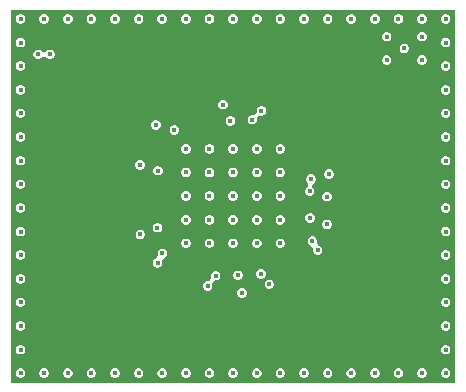
<source format=gbl>
G04*
G04 #@! TF.GenerationSoftware,Altium Limited,Altium Designer,21.6.1 (37)*
G04*
G04 Layer_Physical_Order=4*
G04 Layer_Color=16711680*
%FSLAX25Y25*%
%MOIN*%
G70*
G04*
G04 #@! TF.SameCoordinates,378A9775-3A77-4BA1-8480-AFC072C74D39*
G04*
G04*
G04 #@! TF.FilePolarity,Positive*
G04*
G01*
G75*
%ADD37C,0.01772*%
G36*
X148803Y803D02*
X803D01*
Y125181D01*
X148803D01*
Y803D01*
D02*
G37*
%LPC*%
G36*
X145986Y123642D02*
X145352D01*
X144766Y123399D01*
X144318Y122950D01*
X144075Y122364D01*
Y121730D01*
X144318Y121144D01*
X144766Y120695D01*
X145352Y120453D01*
X145986D01*
X146572Y120695D01*
X147021Y121144D01*
X147264Y121730D01*
Y122364D01*
X147021Y122950D01*
X146572Y123399D01*
X145986Y123642D01*
D02*
G37*
G36*
X138112D02*
X137478D01*
X136892Y123399D01*
X136443Y122950D01*
X136201Y122364D01*
Y121730D01*
X136443Y121144D01*
X136892Y120695D01*
X137478Y120453D01*
X138112D01*
X138698Y120695D01*
X139147Y121144D01*
X139390Y121730D01*
Y122364D01*
X139147Y122950D01*
X138698Y123399D01*
X138112Y123642D01*
D02*
G37*
G36*
X130238D02*
X129604D01*
X129018Y123399D01*
X128569Y122950D01*
X128327Y122364D01*
Y121730D01*
X128569Y121144D01*
X129018Y120695D01*
X129604Y120453D01*
X130238D01*
X130824Y120695D01*
X131273Y121144D01*
X131516Y121730D01*
Y122364D01*
X131273Y122950D01*
X130824Y123399D01*
X130238Y123642D01*
D02*
G37*
G36*
X122364D02*
X121730D01*
X121144Y123399D01*
X120695Y122950D01*
X120453Y122364D01*
Y121730D01*
X120695Y121144D01*
X121144Y120695D01*
X121730Y120453D01*
X122364D01*
X122950Y120695D01*
X123399Y121144D01*
X123642Y121730D01*
Y122364D01*
X123399Y122950D01*
X122950Y123399D01*
X122364Y123642D01*
D02*
G37*
G36*
X114490D02*
X113856D01*
X113270Y123399D01*
X112821Y122950D01*
X112579Y122364D01*
Y121730D01*
X112821Y121144D01*
X113270Y120695D01*
X113856Y120453D01*
X114490D01*
X115076Y120695D01*
X115525Y121144D01*
X115768Y121730D01*
Y122364D01*
X115525Y122950D01*
X115076Y123399D01*
X114490Y123642D01*
D02*
G37*
G36*
X106616D02*
X105982D01*
X105396Y123399D01*
X104947Y122950D01*
X104705Y122364D01*
Y121730D01*
X104947Y121144D01*
X105396Y120695D01*
X105982Y120453D01*
X106616D01*
X107202Y120695D01*
X107651Y121144D01*
X107894Y121730D01*
Y122364D01*
X107651Y122950D01*
X107202Y123399D01*
X106616Y123642D01*
D02*
G37*
G36*
X98742D02*
X98108D01*
X97522Y123399D01*
X97074Y122950D01*
X96831Y122364D01*
Y121730D01*
X97074Y121144D01*
X97522Y120695D01*
X98108Y120453D01*
X98742D01*
X99328Y120695D01*
X99777Y121144D01*
X100020Y121730D01*
Y122364D01*
X99777Y122950D01*
X99328Y123399D01*
X98742Y123642D01*
D02*
G37*
G36*
X90868D02*
X90234D01*
X89648Y123399D01*
X89199Y122950D01*
X88957Y122364D01*
Y121730D01*
X89199Y121144D01*
X89648Y120695D01*
X90234Y120453D01*
X90868D01*
X91454Y120695D01*
X91903Y121144D01*
X92146Y121730D01*
Y122364D01*
X91903Y122950D01*
X91454Y123399D01*
X90868Y123642D01*
D02*
G37*
G36*
X82994D02*
X82360D01*
X81774Y123399D01*
X81325Y122950D01*
X81083Y122364D01*
Y121730D01*
X81325Y121144D01*
X81774Y120695D01*
X82360Y120453D01*
X82994D01*
X83580Y120695D01*
X84029Y121144D01*
X84272Y121730D01*
Y122364D01*
X84029Y122950D01*
X83580Y123399D01*
X82994Y123642D01*
D02*
G37*
G36*
X75120D02*
X74486D01*
X73900Y123399D01*
X73451Y122950D01*
X73209Y122364D01*
Y121730D01*
X73451Y121144D01*
X73900Y120695D01*
X74486Y120453D01*
X75120D01*
X75706Y120695D01*
X76155Y121144D01*
X76398Y121730D01*
Y122364D01*
X76155Y122950D01*
X75706Y123399D01*
X75120Y123642D01*
D02*
G37*
G36*
X67246D02*
X66612D01*
X66026Y123399D01*
X65577Y122950D01*
X65335Y122364D01*
Y121730D01*
X65577Y121144D01*
X66026Y120695D01*
X66612Y120453D01*
X67246D01*
X67832Y120695D01*
X68281Y121144D01*
X68524Y121730D01*
Y122364D01*
X68281Y122950D01*
X67832Y123399D01*
X67246Y123642D01*
D02*
G37*
G36*
X59372D02*
X58738D01*
X58152Y123399D01*
X57703Y122950D01*
X57461Y122364D01*
Y121730D01*
X57703Y121144D01*
X58152Y120695D01*
X58738Y120453D01*
X59372D01*
X59958Y120695D01*
X60407Y121144D01*
X60650Y121730D01*
Y122364D01*
X60407Y122950D01*
X59958Y123399D01*
X59372Y123642D01*
D02*
G37*
G36*
X51498D02*
X50864D01*
X50278Y123399D01*
X49829Y122950D01*
X49587Y122364D01*
Y121730D01*
X49829Y121144D01*
X50278Y120695D01*
X50864Y120453D01*
X51498D01*
X52084Y120695D01*
X52533Y121144D01*
X52776Y121730D01*
Y122364D01*
X52533Y122950D01*
X52084Y123399D01*
X51498Y123642D01*
D02*
G37*
G36*
X43624D02*
X42990D01*
X42404Y123399D01*
X41955Y122950D01*
X41713Y122364D01*
Y121730D01*
X41955Y121144D01*
X42404Y120695D01*
X42990Y120453D01*
X43624D01*
X44210Y120695D01*
X44659Y121144D01*
X44902Y121730D01*
Y122364D01*
X44659Y122950D01*
X44210Y123399D01*
X43624Y123642D01*
D02*
G37*
G36*
X35750D02*
X35116D01*
X34530Y123399D01*
X34081Y122950D01*
X33839Y122364D01*
Y121730D01*
X34081Y121144D01*
X34530Y120695D01*
X35116Y120453D01*
X35750D01*
X36336Y120695D01*
X36785Y121144D01*
X37028Y121730D01*
Y122364D01*
X36785Y122950D01*
X36336Y123399D01*
X35750Y123642D01*
D02*
G37*
G36*
X27876D02*
X27242D01*
X26656Y123399D01*
X26207Y122950D01*
X25965Y122364D01*
Y121730D01*
X26207Y121144D01*
X26656Y120695D01*
X27242Y120453D01*
X27876D01*
X28462Y120695D01*
X28911Y121144D01*
X29153Y121730D01*
Y122364D01*
X28911Y122950D01*
X28462Y123399D01*
X27876Y123642D01*
D02*
G37*
G36*
X20002D02*
X19368D01*
X18782Y123399D01*
X18333Y122950D01*
X18091Y122364D01*
Y121730D01*
X18333Y121144D01*
X18782Y120695D01*
X19368Y120453D01*
X20002D01*
X20588Y120695D01*
X21037Y121144D01*
X21280Y121730D01*
Y122364D01*
X21037Y122950D01*
X20588Y123399D01*
X20002Y123642D01*
D02*
G37*
G36*
X12128D02*
X11494D01*
X10908Y123399D01*
X10459Y122950D01*
X10216Y122364D01*
Y121730D01*
X10459Y121144D01*
X10908Y120695D01*
X11494Y120453D01*
X12128D01*
X12714Y120695D01*
X13163Y121144D01*
X13406Y121730D01*
Y122364D01*
X13163Y122950D01*
X12714Y123399D01*
X12128Y123642D01*
D02*
G37*
G36*
X4254D02*
X3620D01*
X3034Y123399D01*
X2585Y122950D01*
X2342Y122364D01*
Y121730D01*
X2585Y121144D01*
X3034Y120695D01*
X3620Y120453D01*
X4254D01*
X4840Y120695D01*
X5289Y121144D01*
X5531Y121730D01*
Y122364D01*
X5289Y122950D01*
X4840Y123399D01*
X4254Y123642D01*
D02*
G37*
G36*
X138112Y117736D02*
X137478D01*
X136892Y117493D01*
X136443Y117045D01*
X136201Y116459D01*
Y115825D01*
X136443Y115238D01*
X136892Y114790D01*
X137478Y114547D01*
X138112D01*
X138698Y114790D01*
X139147Y115238D01*
X139390Y115825D01*
Y116459D01*
X139147Y117045D01*
X138698Y117493D01*
X138112Y117736D01*
D02*
G37*
G36*
X126301D02*
X125667D01*
X125081Y117493D01*
X124633Y117045D01*
X124390Y116459D01*
Y115825D01*
X124633Y115238D01*
X125081Y114790D01*
X125667Y114547D01*
X126301D01*
X126887Y114790D01*
X127336Y115238D01*
X127579Y115825D01*
Y116459D01*
X127336Y117045D01*
X126887Y117493D01*
X126301Y117736D01*
D02*
G37*
G36*
X145986Y115768D02*
X145352D01*
X144766Y115525D01*
X144318Y115076D01*
X144075Y114490D01*
Y113856D01*
X144318Y113270D01*
X144766Y112821D01*
X145352Y112579D01*
X145986D01*
X146572Y112821D01*
X147021Y113270D01*
X147264Y113856D01*
Y114490D01*
X147021Y115076D01*
X146572Y115525D01*
X145986Y115768D01*
D02*
G37*
G36*
X4254D02*
X3620D01*
X3034Y115525D01*
X2585Y115076D01*
X2342Y114490D01*
Y113856D01*
X2585Y113270D01*
X3034Y112821D01*
X3620Y112579D01*
X4254D01*
X4840Y112821D01*
X5289Y113270D01*
X5531Y113856D01*
Y114490D01*
X5289Y115076D01*
X4840Y115525D01*
X4254Y115768D01*
D02*
G37*
G36*
X14097Y111831D02*
X13462D01*
X12876Y111588D01*
X12428Y111139D01*
X11194D01*
X10746Y111588D01*
X10160Y111831D01*
X9525D01*
X8939Y111588D01*
X8491Y111139D01*
X8248Y110553D01*
Y109919D01*
X8491Y109333D01*
X8939Y108885D01*
X9525Y108642D01*
X10160D01*
X10746Y108885D01*
X11194Y109333D01*
X12428D01*
X12876Y108885D01*
X13462Y108642D01*
X14097D01*
X14683Y108885D01*
X15131Y109333D01*
X15374Y109919D01*
Y110553D01*
X15131Y111139D01*
X14683Y111588D01*
X14097Y111831D01*
D02*
G37*
G36*
X132207Y113799D02*
X131573D01*
X130987Y113557D01*
X130538Y113108D01*
X130295Y112522D01*
Y111888D01*
X130538Y111302D01*
X130987Y110853D01*
X131573Y110610D01*
X132207D01*
X132793Y110853D01*
X133241Y111302D01*
X133484Y111888D01*
Y112522D01*
X133241Y113108D01*
X132793Y113557D01*
X132207Y113799D01*
D02*
G37*
G36*
X138112Y109862D02*
X137478D01*
X136892Y109619D01*
X136443Y109171D01*
X136201Y108585D01*
Y107951D01*
X136443Y107364D01*
X136892Y106916D01*
X137478Y106673D01*
X138112D01*
X138698Y106916D01*
X139147Y107364D01*
X139390Y107951D01*
Y108585D01*
X139147Y109171D01*
X138698Y109619D01*
X138112Y109862D01*
D02*
G37*
G36*
X126301D02*
X125667D01*
X125081Y109619D01*
X124633Y109171D01*
X124390Y108585D01*
Y107951D01*
X124633Y107364D01*
X125081Y106916D01*
X125667Y106673D01*
X126301D01*
X126887Y106916D01*
X127336Y107364D01*
X127579Y107951D01*
Y108585D01*
X127336Y109171D01*
X126887Y109619D01*
X126301Y109862D01*
D02*
G37*
G36*
X145986Y107894D02*
X145352D01*
X144766Y107651D01*
X144318Y107202D01*
X144075Y106616D01*
Y105982D01*
X144318Y105396D01*
X144766Y104947D01*
X145352Y104705D01*
X145986D01*
X146572Y104947D01*
X147021Y105396D01*
X147264Y105982D01*
Y106616D01*
X147021Y107202D01*
X146572Y107651D01*
X145986Y107894D01*
D02*
G37*
G36*
X4254D02*
X3620D01*
X3034Y107651D01*
X2585Y107202D01*
X2342Y106616D01*
Y105982D01*
X2585Y105396D01*
X3034Y104947D01*
X3620Y104705D01*
X4254D01*
X4840Y104947D01*
X5289Y105396D01*
X5531Y105982D01*
Y106616D01*
X5289Y107202D01*
X4840Y107651D01*
X4254Y107894D01*
D02*
G37*
G36*
X145986Y100020D02*
X145352D01*
X144766Y99777D01*
X144318Y99328D01*
X144075Y98742D01*
Y98108D01*
X144318Y97522D01*
X144766Y97074D01*
X145352Y96831D01*
X145986D01*
X146572Y97074D01*
X147021Y97522D01*
X147264Y98108D01*
Y98742D01*
X147021Y99328D01*
X146572Y99777D01*
X145986Y100020D01*
D02*
G37*
G36*
X4254D02*
X3620D01*
X3034Y99777D01*
X2585Y99328D01*
X2342Y98742D01*
Y98108D01*
X2585Y97522D01*
X3034Y97074D01*
X3620Y96831D01*
X4254D01*
X4840Y97074D01*
X5289Y97522D01*
X5531Y98108D01*
Y98742D01*
X5289Y99328D01*
X4840Y99777D01*
X4254Y100020D01*
D02*
G37*
G36*
X71774Y95098D02*
X71140D01*
X70553Y94856D01*
X70105Y94407D01*
X69862Y93821D01*
Y93187D01*
X70105Y92601D01*
X70553Y92152D01*
X71140Y91909D01*
X71774D01*
X72360Y92152D01*
X72808Y92601D01*
X73051Y93187D01*
Y93821D01*
X72808Y94407D01*
X72360Y94856D01*
X71774Y95098D01*
D02*
G37*
G36*
X84569Y92933D02*
X83935D01*
X83349Y92690D01*
X82900Y92242D01*
X82657Y91656D01*
Y91021D01*
X82764Y90763D01*
X82671Y90635D01*
X81818Y89974D01*
X81518Y90098D01*
X80884D01*
X80298Y89856D01*
X79849Y89407D01*
X79606Y88821D01*
Y88187D01*
X79849Y87601D01*
X80298Y87152D01*
X80884Y86910D01*
X81518D01*
X82104Y87152D01*
X82552Y87601D01*
X82795Y88187D01*
Y88821D01*
X82688Y89079D01*
X82782Y89208D01*
X83634Y89868D01*
X83935Y89744D01*
X84569D01*
X85155Y89987D01*
X85604Y90435D01*
X85847Y91021D01*
Y91656D01*
X85604Y92242D01*
X85155Y92690D01*
X84569Y92933D01*
D02*
G37*
G36*
X145986Y92146D02*
X145352D01*
X144766Y91903D01*
X144318Y91454D01*
X144075Y90868D01*
Y90234D01*
X144318Y89648D01*
X144766Y89199D01*
X145352Y88957D01*
X145986D01*
X146572Y89199D01*
X147021Y89648D01*
X147264Y90234D01*
Y90868D01*
X147021Y91454D01*
X146572Y91903D01*
X145986Y92146D01*
D02*
G37*
G36*
X4254D02*
X3620D01*
X3034Y91903D01*
X2585Y91454D01*
X2342Y90868D01*
Y90234D01*
X2585Y89648D01*
X3034Y89199D01*
X3620Y88957D01*
X4254D01*
X4840Y89199D01*
X5289Y89648D01*
X5531Y90234D01*
Y90868D01*
X5289Y91454D01*
X4840Y91903D01*
X4254Y92146D01*
D02*
G37*
G36*
X74234Y89705D02*
X73600D01*
X73014Y89462D01*
X72566Y89013D01*
X72323Y88427D01*
Y87793D01*
X72566Y87207D01*
X73014Y86759D01*
X73600Y86516D01*
X74234D01*
X74821Y86759D01*
X75269Y87207D01*
X75512Y87793D01*
Y88427D01*
X75269Y89013D01*
X74821Y89462D01*
X74234Y89705D01*
D02*
G37*
G36*
X49333Y88307D02*
X48699D01*
X48113Y88064D01*
X47664Y87616D01*
X47421Y87030D01*
Y86395D01*
X47664Y85809D01*
X48113Y85361D01*
X48699Y85118D01*
X49333D01*
X49919Y85361D01*
X50367Y85809D01*
X50610Y86395D01*
Y87030D01*
X50367Y87616D01*
X49919Y88064D01*
X49333Y88307D01*
D02*
G37*
G36*
X55514Y86634D02*
X54880D01*
X54294Y86391D01*
X53845Y85943D01*
X53602Y85356D01*
Y84722D01*
X53845Y84136D01*
X54294Y83688D01*
X54880Y83445D01*
X55514D01*
X56100Y83688D01*
X56549Y84136D01*
X56791Y84722D01*
Y85356D01*
X56549Y85943D01*
X56100Y86391D01*
X55514Y86634D01*
D02*
G37*
G36*
X145986Y84272D02*
X145352D01*
X144766Y84029D01*
X144318Y83580D01*
X144075Y82994D01*
Y82360D01*
X144318Y81774D01*
X144766Y81325D01*
X145352Y81083D01*
X145986D01*
X146572Y81325D01*
X147021Y81774D01*
X147264Y82360D01*
Y82994D01*
X147021Y83580D01*
X146572Y84029D01*
X145986Y84272D01*
D02*
G37*
G36*
X4254D02*
X3620D01*
X3034Y84029D01*
X2585Y83580D01*
X2342Y82994D01*
Y82360D01*
X2585Y81774D01*
X3034Y81325D01*
X3620Y81083D01*
X4254D01*
X4840Y81325D01*
X5289Y81774D01*
X5531Y82360D01*
Y82994D01*
X5289Y83580D01*
X4840Y84029D01*
X4254Y84272D01*
D02*
G37*
G36*
X90868Y80335D02*
X90234D01*
X89648Y80092D01*
X89199Y79643D01*
X88957Y79057D01*
Y78423D01*
X89199Y77837D01*
X89648Y77388D01*
X90234Y77146D01*
X90868D01*
X91454Y77388D01*
X91903Y77837D01*
X92146Y78423D01*
Y79057D01*
X91903Y79643D01*
X91454Y80092D01*
X90868Y80335D01*
D02*
G37*
G36*
X82994D02*
X82360D01*
X81774Y80092D01*
X81325Y79643D01*
X81083Y79057D01*
Y78423D01*
X81325Y77837D01*
X81774Y77388D01*
X82360Y77146D01*
X82994D01*
X83580Y77388D01*
X84029Y77837D01*
X84272Y78423D01*
Y79057D01*
X84029Y79643D01*
X83580Y80092D01*
X82994Y80335D01*
D02*
G37*
G36*
X75120D02*
X74486D01*
X73900Y80092D01*
X73451Y79643D01*
X73209Y79057D01*
Y78423D01*
X73451Y77837D01*
X73900Y77388D01*
X74486Y77146D01*
X75120D01*
X75706Y77388D01*
X76155Y77837D01*
X76398Y78423D01*
Y79057D01*
X76155Y79643D01*
X75706Y80092D01*
X75120Y80335D01*
D02*
G37*
G36*
X67246D02*
X66612D01*
X66026Y80092D01*
X65577Y79643D01*
X65335Y79057D01*
Y78423D01*
X65577Y77837D01*
X66026Y77388D01*
X66612Y77146D01*
X67246D01*
X67832Y77388D01*
X68281Y77837D01*
X68524Y78423D01*
Y79057D01*
X68281Y79643D01*
X67832Y80092D01*
X67246Y80335D01*
D02*
G37*
G36*
X59372D02*
X58738D01*
X58152Y80092D01*
X57703Y79643D01*
X57461Y79057D01*
Y78423D01*
X57703Y77837D01*
X58152Y77388D01*
X58738Y77146D01*
X59372D01*
X59958Y77388D01*
X60407Y77837D01*
X60650Y78423D01*
Y79057D01*
X60407Y79643D01*
X59958Y80092D01*
X59372Y80335D01*
D02*
G37*
G36*
X145986Y76398D02*
X145352D01*
X144766Y76155D01*
X144318Y75706D01*
X144075Y75120D01*
Y74486D01*
X144318Y73900D01*
X144766Y73451D01*
X145352Y73209D01*
X145986D01*
X146572Y73451D01*
X147021Y73900D01*
X147264Y74486D01*
Y75120D01*
X147021Y75706D01*
X146572Y76155D01*
X145986Y76398D01*
D02*
G37*
G36*
X4254D02*
X3620D01*
X3034Y76155D01*
X2585Y75706D01*
X2342Y75120D01*
Y74486D01*
X2585Y73900D01*
X3034Y73451D01*
X3620Y73209D01*
X4254D01*
X4840Y73451D01*
X5289Y73900D01*
X5531Y74486D01*
Y75120D01*
X5289Y75706D01*
X4840Y76155D01*
X4254Y76398D01*
D02*
G37*
G36*
X44116Y75020D02*
X43482D01*
X42896Y74777D01*
X42448Y74328D01*
X42205Y73742D01*
Y73108D01*
X42448Y72522D01*
X42896Y72074D01*
X43482Y71831D01*
X44116D01*
X44703Y72074D01*
X45151Y72522D01*
X45394Y73108D01*
Y73742D01*
X45151Y74328D01*
X44703Y74777D01*
X44116Y75020D01*
D02*
G37*
G36*
X50002Y73051D02*
X49368D01*
X48782Y72808D01*
X48333Y72360D01*
X48091Y71774D01*
Y71140D01*
X48333Y70553D01*
X48782Y70105D01*
X49368Y69862D01*
X50002D01*
X50588Y70105D01*
X51037Y70553D01*
X51279Y71140D01*
Y71774D01*
X51037Y72360D01*
X50588Y72808D01*
X50002Y73051D01*
D02*
G37*
G36*
X90868Y72461D02*
X90234D01*
X89648Y72218D01*
X89199Y71769D01*
X88957Y71183D01*
Y70549D01*
X89199Y69963D01*
X89648Y69514D01*
X90234Y69272D01*
X90868D01*
X91454Y69514D01*
X91903Y69963D01*
X92146Y70549D01*
Y71183D01*
X91903Y71769D01*
X91454Y72218D01*
X90868Y72461D01*
D02*
G37*
G36*
X82994D02*
X82360D01*
X81774Y72218D01*
X81325Y71769D01*
X81083Y71183D01*
Y70549D01*
X81325Y69963D01*
X81774Y69514D01*
X82360Y69272D01*
X82994D01*
X83580Y69514D01*
X84029Y69963D01*
X84272Y70549D01*
Y71183D01*
X84029Y71769D01*
X83580Y72218D01*
X82994Y72461D01*
D02*
G37*
G36*
X75120D02*
X74486D01*
X73900Y72218D01*
X73451Y71769D01*
X73209Y71183D01*
Y70549D01*
X73451Y69963D01*
X73900Y69514D01*
X74486Y69272D01*
X75120D01*
X75706Y69514D01*
X76155Y69963D01*
X76398Y70549D01*
Y71183D01*
X76155Y71769D01*
X75706Y72218D01*
X75120Y72461D01*
D02*
G37*
G36*
X67246D02*
X66612D01*
X66026Y72218D01*
X65577Y71769D01*
X65335Y71183D01*
Y70549D01*
X65577Y69963D01*
X66026Y69514D01*
X66612Y69272D01*
X67246D01*
X67832Y69514D01*
X68281Y69963D01*
X68524Y70549D01*
Y71183D01*
X68281Y71769D01*
X67832Y72218D01*
X67246Y72461D01*
D02*
G37*
G36*
X59372D02*
X58738D01*
X58152Y72218D01*
X57703Y71769D01*
X57461Y71183D01*
Y70549D01*
X57703Y69963D01*
X58152Y69514D01*
X58738Y69272D01*
X59372D01*
X59958Y69514D01*
X60407Y69963D01*
X60650Y70549D01*
Y71183D01*
X60407Y71769D01*
X59958Y72218D01*
X59372Y72461D01*
D02*
G37*
G36*
X107108Y71870D02*
X106474D01*
X105888Y71627D01*
X105439Y71179D01*
X105197Y70593D01*
Y69958D01*
X105439Y69372D01*
X105888Y68924D01*
X106474Y68681D01*
X107108D01*
X107694Y68924D01*
X108143Y69372D01*
X108386Y69958D01*
Y70593D01*
X108143Y71179D01*
X107694Y71627D01*
X107108Y71870D01*
D02*
G37*
G36*
X145986Y68524D02*
X145352D01*
X144766Y68281D01*
X144318Y67832D01*
X144075Y67246D01*
Y66612D01*
X144318Y66026D01*
X144766Y65577D01*
X145352Y65335D01*
X145986D01*
X146572Y65577D01*
X147021Y66026D01*
X147264Y66612D01*
Y67246D01*
X147021Y67832D01*
X146572Y68281D01*
X145986Y68524D01*
D02*
G37*
G36*
X4254D02*
X3620D01*
X3034Y68281D01*
X2585Y67832D01*
X2342Y67246D01*
Y66612D01*
X2585Y66026D01*
X3034Y65577D01*
X3620Y65335D01*
X4254D01*
X4840Y65577D01*
X5289Y66026D01*
X5531Y66612D01*
Y67246D01*
X5289Y67832D01*
X4840Y68281D01*
X4254Y68524D01*
D02*
G37*
G36*
X101026Y70197D02*
X100391D01*
X99805Y69954D01*
X99357Y69506D01*
X99114Y68919D01*
Y68285D01*
X99357Y67699D01*
X99797Y67259D01*
X99803Y67226D01*
X99673Y66027D01*
X99412Y65919D01*
X98963Y65470D01*
X98720Y64884D01*
Y64250D01*
X98963Y63664D01*
X99412Y63215D01*
X99998Y62972D01*
X100632D01*
X101218Y63215D01*
X101667Y63664D01*
X101909Y64250D01*
Y64884D01*
X101667Y65470D01*
X101227Y65910D01*
X101221Y65943D01*
X101350Y67142D01*
X101612Y67251D01*
X102060Y67699D01*
X102303Y68285D01*
Y68919D01*
X102060Y69506D01*
X101612Y69954D01*
X101026Y70197D01*
D02*
G37*
G36*
X90868Y64587D02*
X90234D01*
X89648Y64344D01*
X89199Y63895D01*
X88957Y63309D01*
Y62675D01*
X89199Y62089D01*
X89648Y61640D01*
X90234Y61398D01*
X90868D01*
X91454Y61640D01*
X91903Y62089D01*
X92146Y62675D01*
Y63309D01*
X91903Y63895D01*
X91454Y64344D01*
X90868Y64587D01*
D02*
G37*
G36*
X82994D02*
X82360D01*
X81774Y64344D01*
X81325Y63895D01*
X81083Y63309D01*
Y62675D01*
X81325Y62089D01*
X81774Y61640D01*
X82360Y61398D01*
X82994D01*
X83580Y61640D01*
X84029Y62089D01*
X84272Y62675D01*
Y63309D01*
X84029Y63895D01*
X83580Y64344D01*
X82994Y64587D01*
D02*
G37*
G36*
X75120D02*
X74486D01*
X73900Y64344D01*
X73451Y63895D01*
X73209Y63309D01*
Y62675D01*
X73451Y62089D01*
X73900Y61640D01*
X74486Y61398D01*
X75120D01*
X75706Y61640D01*
X76155Y62089D01*
X76398Y62675D01*
Y63309D01*
X76155Y63895D01*
X75706Y64344D01*
X75120Y64587D01*
D02*
G37*
G36*
X67246D02*
X66612D01*
X66026Y64344D01*
X65577Y63895D01*
X65335Y63309D01*
Y62675D01*
X65577Y62089D01*
X66026Y61640D01*
X66612Y61398D01*
X67246D01*
X67832Y61640D01*
X68281Y62089D01*
X68524Y62675D01*
Y63309D01*
X68281Y63895D01*
X67832Y64344D01*
X67246Y64587D01*
D02*
G37*
G36*
X59372D02*
X58738D01*
X58152Y64344D01*
X57703Y63895D01*
X57461Y63309D01*
Y62675D01*
X57703Y62089D01*
X58152Y61640D01*
X58738Y61398D01*
X59372D01*
X59958Y61640D01*
X60407Y62089D01*
X60650Y62675D01*
Y63309D01*
X60407Y63895D01*
X59958Y64344D01*
X59372Y64587D01*
D02*
G37*
G36*
X106420Y64390D02*
X105785D01*
X105199Y64147D01*
X104751Y63699D01*
X104508Y63112D01*
Y62478D01*
X104751Y61892D01*
X105199Y61444D01*
X105785Y61201D01*
X106420D01*
X107006Y61444D01*
X107454Y61892D01*
X107697Y62478D01*
Y63112D01*
X107454Y63699D01*
X107006Y64147D01*
X106420Y64390D01*
D02*
G37*
G36*
X145986Y60650D02*
X145352D01*
X144766Y60407D01*
X144318Y59958D01*
X144075Y59372D01*
Y58738D01*
X144318Y58152D01*
X144766Y57703D01*
X145352Y57461D01*
X145986D01*
X146572Y57703D01*
X147021Y58152D01*
X147264Y58738D01*
Y59372D01*
X147021Y59958D01*
X146572Y60407D01*
X145986Y60650D01*
D02*
G37*
G36*
X4254D02*
X3620D01*
X3034Y60407D01*
X2585Y59958D01*
X2342Y59372D01*
Y58738D01*
X2585Y58152D01*
X3034Y57703D01*
X3620Y57461D01*
X4254D01*
X4840Y57703D01*
X5289Y58152D01*
X5531Y58738D01*
Y59372D01*
X5289Y59958D01*
X4840Y60407D01*
X4254Y60650D01*
D02*
G37*
G36*
X100829Y57303D02*
X100195D01*
X99609Y57060D01*
X99160Y56612D01*
X98917Y56026D01*
Y55392D01*
X99160Y54805D01*
X99609Y54357D01*
X100195Y54114D01*
X100829D01*
X101415Y54357D01*
X101864Y54805D01*
X102106Y55392D01*
Y56026D01*
X101864Y56612D01*
X101415Y57060D01*
X100829Y57303D01*
D02*
G37*
G36*
X90868Y56713D02*
X90234D01*
X89648Y56470D01*
X89199Y56021D01*
X88957Y55435D01*
Y54801D01*
X89199Y54215D01*
X89648Y53766D01*
X90234Y53524D01*
X90868D01*
X91454Y53766D01*
X91903Y54215D01*
X92146Y54801D01*
Y55435D01*
X91903Y56021D01*
X91454Y56470D01*
X90868Y56713D01*
D02*
G37*
G36*
X82994D02*
X82360D01*
X81774Y56470D01*
X81325Y56021D01*
X81083Y55435D01*
Y54801D01*
X81325Y54215D01*
X81774Y53766D01*
X82360Y53524D01*
X82994D01*
X83580Y53766D01*
X84029Y54215D01*
X84272Y54801D01*
Y55435D01*
X84029Y56021D01*
X83580Y56470D01*
X82994Y56713D01*
D02*
G37*
G36*
X75120D02*
X74486D01*
X73900Y56470D01*
X73451Y56021D01*
X73209Y55435D01*
Y54801D01*
X73451Y54215D01*
X73900Y53766D01*
X74486Y53524D01*
X75120D01*
X75706Y53766D01*
X76155Y54215D01*
X76398Y54801D01*
Y55435D01*
X76155Y56021D01*
X75706Y56470D01*
X75120Y56713D01*
D02*
G37*
G36*
X67246D02*
X66612D01*
X66026Y56470D01*
X65577Y56021D01*
X65335Y55435D01*
Y54801D01*
X65577Y54215D01*
X66026Y53766D01*
X66612Y53524D01*
X67246D01*
X67832Y53766D01*
X68281Y54215D01*
X68524Y54801D01*
Y55435D01*
X68281Y56021D01*
X67832Y56470D01*
X67246Y56713D01*
D02*
G37*
G36*
X59372D02*
X58738D01*
X58152Y56470D01*
X57703Y56021D01*
X57461Y55435D01*
Y54801D01*
X57703Y54215D01*
X58152Y53766D01*
X58738Y53524D01*
X59372D01*
X59958Y53766D01*
X60407Y54215D01*
X60650Y54801D01*
Y55435D01*
X60407Y56021D01*
X59958Y56470D01*
X59372Y56713D01*
D02*
G37*
G36*
X106419Y55130D02*
X105785D01*
X105199Y54888D01*
X104750Y54439D01*
X104508Y53853D01*
Y53219D01*
X104750Y52633D01*
X105199Y52184D01*
X105785Y51942D01*
X106419D01*
X107005Y52184D01*
X107454Y52633D01*
X107696Y53219D01*
Y53853D01*
X107454Y54439D01*
X107005Y54888D01*
X106419Y55130D01*
D02*
G37*
G36*
X49904Y54055D02*
X49270D01*
X48683Y53812D01*
X48235Y53364D01*
X47992Y52778D01*
Y52144D01*
X48235Y51557D01*
X48683Y51109D01*
X49270Y50866D01*
X49904D01*
X50490Y51109D01*
X50938Y51557D01*
X51181Y52144D01*
Y52778D01*
X50938Y53364D01*
X50490Y53812D01*
X49904Y54055D01*
D02*
G37*
G36*
X145986Y52776D02*
X145352D01*
X144766Y52533D01*
X144318Y52084D01*
X144075Y51498D01*
Y50864D01*
X144318Y50278D01*
X144766Y49829D01*
X145352Y49587D01*
X145986D01*
X146572Y49829D01*
X147021Y50278D01*
X147264Y50864D01*
Y51498D01*
X147021Y52084D01*
X146572Y52533D01*
X145986Y52776D01*
D02*
G37*
G36*
X4254D02*
X3620D01*
X3034Y52533D01*
X2585Y52084D01*
X2342Y51498D01*
Y50864D01*
X2585Y50278D01*
X3034Y49829D01*
X3620Y49587D01*
X4254D01*
X4840Y49829D01*
X5289Y50278D01*
X5531Y50864D01*
Y51498D01*
X5289Y52084D01*
X4840Y52533D01*
X4254Y52776D01*
D02*
G37*
G36*
X44215Y51791D02*
X43580D01*
X42994Y51549D01*
X42546Y51100D01*
X42303Y50514D01*
Y49880D01*
X42546Y49294D01*
X42994Y48845D01*
X43580Y48602D01*
X44215D01*
X44801Y48845D01*
X45249Y49294D01*
X45492Y49880D01*
Y50514D01*
X45249Y51100D01*
X44801Y51549D01*
X44215Y51791D01*
D02*
G37*
G36*
X90868Y48839D02*
X90234D01*
X89648Y48596D01*
X89199Y48147D01*
X88957Y47561D01*
Y46927D01*
X89199Y46341D01*
X89648Y45892D01*
X90234Y45650D01*
X90868D01*
X91454Y45892D01*
X91903Y46341D01*
X92146Y46927D01*
Y47561D01*
X91903Y48147D01*
X91454Y48596D01*
X90868Y48839D01*
D02*
G37*
G36*
X82994D02*
X82360D01*
X81774Y48596D01*
X81325Y48147D01*
X81083Y47561D01*
Y46927D01*
X81325Y46341D01*
X81774Y45892D01*
X82360Y45650D01*
X82994D01*
X83580Y45892D01*
X84029Y46341D01*
X84272Y46927D01*
Y47561D01*
X84029Y48147D01*
X83580Y48596D01*
X82994Y48839D01*
D02*
G37*
G36*
X75120D02*
X74486D01*
X73900Y48596D01*
X73451Y48147D01*
X73209Y47561D01*
Y46927D01*
X73451Y46341D01*
X73900Y45892D01*
X74486Y45650D01*
X75120D01*
X75706Y45892D01*
X76155Y46341D01*
X76398Y46927D01*
Y47561D01*
X76155Y48147D01*
X75706Y48596D01*
X75120Y48839D01*
D02*
G37*
G36*
X67246D02*
X66612D01*
X66026Y48596D01*
X65577Y48147D01*
X65335Y47561D01*
Y46927D01*
X65577Y46341D01*
X66026Y45892D01*
X66612Y45650D01*
X67246D01*
X67832Y45892D01*
X68281Y46341D01*
X68524Y46927D01*
Y47561D01*
X68281Y48147D01*
X67832Y48596D01*
X67246Y48839D01*
D02*
G37*
G36*
X59372D02*
X58738D01*
X58152Y48596D01*
X57703Y48147D01*
X57461Y47561D01*
Y46927D01*
X57703Y46341D01*
X58152Y45892D01*
X58738Y45650D01*
X59372D01*
X59958Y45892D01*
X60407Y46341D01*
X60650Y46927D01*
Y47561D01*
X60407Y48147D01*
X59958Y48596D01*
X59372Y48839D01*
D02*
G37*
G36*
X101518Y49528D02*
X100884D01*
X100298Y49285D01*
X99849Y48836D01*
X99606Y48250D01*
Y47616D01*
X99849Y47030D01*
X100298Y46581D01*
X100683Y46422D01*
X100916Y46260D01*
X101358Y45199D01*
X101358Y45158D01*
Y44565D01*
X101601Y43979D01*
X102050Y43530D01*
X102636Y43287D01*
X103270D01*
X103856Y43530D01*
X104304Y43979D01*
X104547Y44565D01*
Y45199D01*
X104304Y45785D01*
X103856Y46234D01*
X103470Y46393D01*
X103237Y46555D01*
X102795Y47616D01*
X102795Y47657D01*
Y48250D01*
X102552Y48836D01*
X102104Y49285D01*
X101518Y49528D01*
D02*
G37*
G36*
X145986Y44902D02*
X145352D01*
X144766Y44659D01*
X144318Y44210D01*
X144075Y43624D01*
Y42990D01*
X144318Y42404D01*
X144766Y41955D01*
X145352Y41713D01*
X145986D01*
X146572Y41955D01*
X147021Y42404D01*
X147264Y42990D01*
Y43624D01*
X147021Y44210D01*
X146572Y44659D01*
X145986Y44902D01*
D02*
G37*
G36*
X4254D02*
X3620D01*
X3034Y44659D01*
X2585Y44210D01*
X2342Y43624D01*
Y42990D01*
X2585Y42404D01*
X3034Y41955D01*
X3620Y41713D01*
X4254D01*
X4840Y41955D01*
X5289Y42404D01*
X5531Y42990D01*
Y43624D01*
X5289Y44210D01*
X4840Y44659D01*
X4254Y44902D01*
D02*
G37*
G36*
X51577Y45492D02*
X50943D01*
X50357Y45249D01*
X49908Y44801D01*
X49665Y44215D01*
Y43580D01*
X49689Y43524D01*
X49344Y42503D01*
X49040Y42239D01*
X48703Y42100D01*
X48255Y41651D01*
X48012Y41065D01*
Y40431D01*
X48255Y39845D01*
X48703Y39396D01*
X49289Y39154D01*
X49924D01*
X50510Y39396D01*
X50958Y39845D01*
X51201Y40431D01*
Y41065D01*
X51177Y41122D01*
X51522Y42142D01*
X51826Y42406D01*
X52163Y42546D01*
X52612Y42994D01*
X52854Y43580D01*
Y44215D01*
X52612Y44801D01*
X52163Y45249D01*
X51577Y45492D01*
D02*
G37*
G36*
X84471Y38583D02*
X83836D01*
X83250Y38340D01*
X82802Y37891D01*
X82559Y37305D01*
Y36671D01*
X82802Y36085D01*
X83250Y35636D01*
X83836Y35394D01*
X84471D01*
X85057Y35636D01*
X85505Y36085D01*
X85748Y36671D01*
Y37305D01*
X85505Y37891D01*
X85057Y38340D01*
X84471Y38583D01*
D02*
G37*
G36*
X76793Y38189D02*
X76159D01*
X75573Y37946D01*
X75125Y37498D01*
X74882Y36912D01*
Y36277D01*
X75125Y35691D01*
X75573Y35243D01*
X76159Y35000D01*
X76793D01*
X77380Y35243D01*
X77828Y35691D01*
X78071Y36277D01*
Y36912D01*
X77828Y37498D01*
X77380Y37946D01*
X76793Y38189D01*
D02*
G37*
G36*
X145986Y37028D02*
X145352D01*
X144766Y36785D01*
X144318Y36336D01*
X144075Y35750D01*
Y35116D01*
X144318Y34530D01*
X144766Y34081D01*
X145352Y33839D01*
X145986D01*
X146572Y34081D01*
X147021Y34530D01*
X147264Y35116D01*
Y35750D01*
X147021Y36336D01*
X146572Y36785D01*
X145986Y37028D01*
D02*
G37*
G36*
X4254D02*
X3620D01*
X3034Y36785D01*
X2585Y36336D01*
X2342Y35750D01*
Y35116D01*
X2585Y34530D01*
X3034Y34081D01*
X3620Y33839D01*
X4254D01*
X4840Y34081D01*
X5289Y34530D01*
X5531Y35116D01*
Y35750D01*
X5289Y36336D01*
X4840Y36785D01*
X4254Y37028D01*
D02*
G37*
G36*
X87227Y35157D02*
X86592D01*
X86006Y34915D01*
X85558Y34466D01*
X85315Y33880D01*
Y33246D01*
X85558Y32660D01*
X86006Y32211D01*
X86592Y31969D01*
X87227D01*
X87813Y32211D01*
X88261Y32660D01*
X88504Y33246D01*
Y33880D01*
X88261Y34466D01*
X87813Y34915D01*
X87227Y35157D01*
D02*
G37*
G36*
X69313Y38091D02*
X68679D01*
X68093Y37848D01*
X67644Y37399D01*
X67402Y36813D01*
Y36179D01*
X67516Y35903D01*
X67535Y35846D01*
X67013Y34713D01*
X66733Y34671D01*
X66656Y34665D01*
X66532Y34665D01*
X66021Y34665D01*
X65435Y34423D01*
X64987Y33974D01*
X64744Y33388D01*
Y32754D01*
X64987Y32168D01*
X65435Y31719D01*
X66021Y31476D01*
X66656D01*
X67242Y31719D01*
X67690Y32168D01*
X67933Y32754D01*
Y33388D01*
X67819Y33664D01*
X67800Y33721D01*
X68322Y34854D01*
X68602Y34896D01*
X68679Y34902D01*
X68802Y34902D01*
X69313Y34902D01*
X69899Y35144D01*
X70348Y35593D01*
X70591Y36179D01*
Y36813D01*
X70348Y37399D01*
X69899Y37848D01*
X69313Y38091D01*
D02*
G37*
G36*
X78073Y32303D02*
X77439D01*
X76853Y32061D01*
X76404Y31612D01*
X76161Y31026D01*
Y30392D01*
X76404Y29805D01*
X76853Y29357D01*
X77439Y29114D01*
X78073D01*
X78659Y29357D01*
X79108Y29805D01*
X79350Y30392D01*
Y31026D01*
X79108Y31612D01*
X78659Y32061D01*
X78073Y32303D01*
D02*
G37*
G36*
X145986Y29153D02*
X145352D01*
X144766Y28911D01*
X144318Y28462D01*
X144075Y27876D01*
Y27242D01*
X144318Y26656D01*
X144766Y26207D01*
X145352Y25965D01*
X145986D01*
X146572Y26207D01*
X147021Y26656D01*
X147264Y27242D01*
Y27876D01*
X147021Y28462D01*
X146572Y28911D01*
X145986Y29153D01*
D02*
G37*
G36*
X4254D02*
X3620D01*
X3034Y28911D01*
X2585Y28462D01*
X2342Y27876D01*
Y27242D01*
X2585Y26656D01*
X3034Y26207D01*
X3620Y25965D01*
X4254D01*
X4840Y26207D01*
X5289Y26656D01*
X5531Y27242D01*
Y27876D01*
X5289Y28462D01*
X4840Y28911D01*
X4254Y29153D01*
D02*
G37*
G36*
X145986Y21280D02*
X145352D01*
X144766Y21037D01*
X144318Y20588D01*
X144075Y20002D01*
Y19368D01*
X144318Y18782D01*
X144766Y18333D01*
X145352Y18091D01*
X145986D01*
X146572Y18333D01*
X147021Y18782D01*
X147264Y19368D01*
Y20002D01*
X147021Y20588D01*
X146572Y21037D01*
X145986Y21280D01*
D02*
G37*
G36*
X4254D02*
X3620D01*
X3034Y21037D01*
X2585Y20588D01*
X2342Y20002D01*
Y19368D01*
X2585Y18782D01*
X3034Y18333D01*
X3620Y18091D01*
X4254D01*
X4840Y18333D01*
X5289Y18782D01*
X5531Y19368D01*
Y20002D01*
X5289Y20588D01*
X4840Y21037D01*
X4254Y21280D01*
D02*
G37*
G36*
X145986Y13406D02*
X145352D01*
X144766Y13163D01*
X144318Y12714D01*
X144075Y12128D01*
Y11494D01*
X144318Y10908D01*
X144766Y10459D01*
X145352Y10216D01*
X145986D01*
X146572Y10459D01*
X147021Y10908D01*
X147264Y11494D01*
Y12128D01*
X147021Y12714D01*
X146572Y13163D01*
X145986Y13406D01*
D02*
G37*
G36*
X4254D02*
X3620D01*
X3034Y13163D01*
X2585Y12714D01*
X2342Y12128D01*
Y11494D01*
X2585Y10908D01*
X3034Y10459D01*
X3620Y10216D01*
X4254D01*
X4840Y10459D01*
X5289Y10908D01*
X5531Y11494D01*
Y12128D01*
X5289Y12714D01*
X4840Y13163D01*
X4254Y13406D01*
D02*
G37*
G36*
X145986Y5531D02*
X145352D01*
X144766Y5289D01*
X144318Y4840D01*
X144075Y4254D01*
Y3620D01*
X144318Y3034D01*
X144766Y2585D01*
X145352Y2342D01*
X145986D01*
X146572Y2585D01*
X147021Y3034D01*
X147264Y3620D01*
Y4254D01*
X147021Y4840D01*
X146572Y5289D01*
X145986Y5531D01*
D02*
G37*
G36*
X138112D02*
X137478D01*
X136892Y5289D01*
X136443Y4840D01*
X136201Y4254D01*
Y3620D01*
X136443Y3034D01*
X136892Y2585D01*
X137478Y2342D01*
X138112D01*
X138698Y2585D01*
X139147Y3034D01*
X139390Y3620D01*
Y4254D01*
X139147Y4840D01*
X138698Y5289D01*
X138112Y5531D01*
D02*
G37*
G36*
X130238D02*
X129604D01*
X129018Y5289D01*
X128569Y4840D01*
X128327Y4254D01*
Y3620D01*
X128569Y3034D01*
X129018Y2585D01*
X129604Y2342D01*
X130238D01*
X130824Y2585D01*
X131273Y3034D01*
X131516Y3620D01*
Y4254D01*
X131273Y4840D01*
X130824Y5289D01*
X130238Y5531D01*
D02*
G37*
G36*
X122364D02*
X121730D01*
X121144Y5289D01*
X120695Y4840D01*
X120453Y4254D01*
Y3620D01*
X120695Y3034D01*
X121144Y2585D01*
X121730Y2342D01*
X122364D01*
X122950Y2585D01*
X123399Y3034D01*
X123642Y3620D01*
Y4254D01*
X123399Y4840D01*
X122950Y5289D01*
X122364Y5531D01*
D02*
G37*
G36*
X114490D02*
X113856D01*
X113270Y5289D01*
X112821Y4840D01*
X112579Y4254D01*
Y3620D01*
X112821Y3034D01*
X113270Y2585D01*
X113856Y2342D01*
X114490D01*
X115076Y2585D01*
X115525Y3034D01*
X115768Y3620D01*
Y4254D01*
X115525Y4840D01*
X115076Y5289D01*
X114490Y5531D01*
D02*
G37*
G36*
X106616D02*
X105982D01*
X105396Y5289D01*
X104947Y4840D01*
X104705Y4254D01*
Y3620D01*
X104947Y3034D01*
X105396Y2585D01*
X105982Y2342D01*
X106616D01*
X107202Y2585D01*
X107651Y3034D01*
X107894Y3620D01*
Y4254D01*
X107651Y4840D01*
X107202Y5289D01*
X106616Y5531D01*
D02*
G37*
G36*
X98742D02*
X98108D01*
X97522Y5289D01*
X97074Y4840D01*
X96831Y4254D01*
Y3620D01*
X97074Y3034D01*
X97522Y2585D01*
X98108Y2342D01*
X98742D01*
X99328Y2585D01*
X99777Y3034D01*
X100020Y3620D01*
Y4254D01*
X99777Y4840D01*
X99328Y5289D01*
X98742Y5531D01*
D02*
G37*
G36*
X90868D02*
X90234D01*
X89648Y5289D01*
X89199Y4840D01*
X88957Y4254D01*
Y3620D01*
X89199Y3034D01*
X89648Y2585D01*
X90234Y2342D01*
X90868D01*
X91454Y2585D01*
X91903Y3034D01*
X92146Y3620D01*
Y4254D01*
X91903Y4840D01*
X91454Y5289D01*
X90868Y5531D01*
D02*
G37*
G36*
X82994D02*
X82360D01*
X81774Y5289D01*
X81325Y4840D01*
X81083Y4254D01*
Y3620D01*
X81325Y3034D01*
X81774Y2585D01*
X82360Y2342D01*
X82994D01*
X83580Y2585D01*
X84029Y3034D01*
X84272Y3620D01*
Y4254D01*
X84029Y4840D01*
X83580Y5289D01*
X82994Y5531D01*
D02*
G37*
G36*
X75120D02*
X74486D01*
X73900Y5289D01*
X73451Y4840D01*
X73209Y4254D01*
Y3620D01*
X73451Y3034D01*
X73900Y2585D01*
X74486Y2342D01*
X75120D01*
X75706Y2585D01*
X76155Y3034D01*
X76398Y3620D01*
Y4254D01*
X76155Y4840D01*
X75706Y5289D01*
X75120Y5531D01*
D02*
G37*
G36*
X67246D02*
X66612D01*
X66026Y5289D01*
X65577Y4840D01*
X65335Y4254D01*
Y3620D01*
X65577Y3034D01*
X66026Y2585D01*
X66612Y2342D01*
X67246D01*
X67832Y2585D01*
X68281Y3034D01*
X68524Y3620D01*
Y4254D01*
X68281Y4840D01*
X67832Y5289D01*
X67246Y5531D01*
D02*
G37*
G36*
X59372D02*
X58738D01*
X58152Y5289D01*
X57703Y4840D01*
X57461Y4254D01*
Y3620D01*
X57703Y3034D01*
X58152Y2585D01*
X58738Y2342D01*
X59372D01*
X59958Y2585D01*
X60407Y3034D01*
X60650Y3620D01*
Y4254D01*
X60407Y4840D01*
X59958Y5289D01*
X59372Y5531D01*
D02*
G37*
G36*
X51498D02*
X50864D01*
X50278Y5289D01*
X49829Y4840D01*
X49587Y4254D01*
Y3620D01*
X49829Y3034D01*
X50278Y2585D01*
X50864Y2342D01*
X51498D01*
X52084Y2585D01*
X52533Y3034D01*
X52776Y3620D01*
Y4254D01*
X52533Y4840D01*
X52084Y5289D01*
X51498Y5531D01*
D02*
G37*
G36*
X43624D02*
X42990D01*
X42404Y5289D01*
X41955Y4840D01*
X41713Y4254D01*
Y3620D01*
X41955Y3034D01*
X42404Y2585D01*
X42990Y2342D01*
X43624D01*
X44210Y2585D01*
X44659Y3034D01*
X44902Y3620D01*
Y4254D01*
X44659Y4840D01*
X44210Y5289D01*
X43624Y5531D01*
D02*
G37*
G36*
X35750D02*
X35116D01*
X34530Y5289D01*
X34081Y4840D01*
X33839Y4254D01*
Y3620D01*
X34081Y3034D01*
X34530Y2585D01*
X35116Y2342D01*
X35750D01*
X36336Y2585D01*
X36785Y3034D01*
X37028Y3620D01*
Y4254D01*
X36785Y4840D01*
X36336Y5289D01*
X35750Y5531D01*
D02*
G37*
G36*
X27876D02*
X27242D01*
X26656Y5289D01*
X26207Y4840D01*
X25965Y4254D01*
Y3620D01*
X26207Y3034D01*
X26656Y2585D01*
X27242Y2342D01*
X27876D01*
X28462Y2585D01*
X28911Y3034D01*
X29153Y3620D01*
Y4254D01*
X28911Y4840D01*
X28462Y5289D01*
X27876Y5531D01*
D02*
G37*
G36*
X20002D02*
X19368D01*
X18782Y5289D01*
X18333Y4840D01*
X18091Y4254D01*
Y3620D01*
X18333Y3034D01*
X18782Y2585D01*
X19368Y2342D01*
X20002D01*
X20588Y2585D01*
X21037Y3034D01*
X21280Y3620D01*
Y4254D01*
X21037Y4840D01*
X20588Y5289D01*
X20002Y5531D01*
D02*
G37*
G36*
X12128D02*
X11494D01*
X10908Y5289D01*
X10459Y4840D01*
X10216Y4254D01*
Y3620D01*
X10459Y3034D01*
X10908Y2585D01*
X11494Y2342D01*
X12128D01*
X12714Y2585D01*
X13163Y3034D01*
X13406Y3620D01*
Y4254D01*
X13163Y4840D01*
X12714Y5289D01*
X12128Y5531D01*
D02*
G37*
G36*
X4254D02*
X3620D01*
X3034Y5289D01*
X2585Y4840D01*
X2342Y4254D01*
Y3620D01*
X2585Y3034D01*
X3034Y2585D01*
X3620Y2342D01*
X4254D01*
X4840Y2585D01*
X5289Y3034D01*
X5531Y3620D01*
Y4254D01*
X5289Y4840D01*
X4840Y5289D01*
X4254Y5531D01*
D02*
G37*
%LPD*%
D37*
X125984Y94488D02*
D03*
X137795D02*
D03*
Y102362D02*
D03*
X125984D02*
D03*
X131890Y112205D02*
D03*
X137795Y108268D02*
D03*
X125984D02*
D03*
Y116142D02*
D03*
X137795D02*
D03*
X13780Y110236D02*
D03*
X9843D02*
D03*
Y116142D02*
D03*
X13780D02*
D03*
X11811Y122047D02*
D03*
X19685D02*
D03*
X27559D02*
D03*
X35433D02*
D03*
X43307D02*
D03*
X11811Y3937D02*
D03*
X19685D02*
D03*
X27559D02*
D03*
X35433D02*
D03*
X51181Y122047D02*
D03*
X59055D02*
D03*
X66929D02*
D03*
X74803D02*
D03*
X82677D02*
D03*
X122047D02*
D03*
X114173D02*
D03*
X106299D02*
D03*
X98425D02*
D03*
X90551D02*
D03*
X137795D02*
D03*
X129921D02*
D03*
X145669Y114173D02*
D03*
Y106299D02*
D03*
Y98425D02*
D03*
Y90551D02*
D03*
Y82677D02*
D03*
Y74803D02*
D03*
Y27559D02*
D03*
Y35433D02*
D03*
Y43307D02*
D03*
Y51181D02*
D03*
Y59055D02*
D03*
Y66929D02*
D03*
X122047Y3937D02*
D03*
X129921D02*
D03*
X137795D02*
D03*
X145669Y11811D02*
D03*
Y19685D02*
D03*
X82677Y3937D02*
D03*
X90551D02*
D03*
X98425D02*
D03*
X106299D02*
D03*
X114173D02*
D03*
X74803D02*
D03*
X66929D02*
D03*
X59055D02*
D03*
X51181D02*
D03*
X43307D02*
D03*
X3937Y43307D02*
D03*
Y35433D02*
D03*
Y27559D02*
D03*
Y19685D02*
D03*
Y11811D02*
D03*
Y74803D02*
D03*
Y66929D02*
D03*
Y59055D02*
D03*
Y51181D02*
D03*
Y82677D02*
D03*
Y90551D02*
D03*
Y98425D02*
D03*
Y106299D02*
D03*
Y114173D02*
D03*
X82677Y55118D02*
D03*
Y62992D02*
D03*
Y70866D02*
D03*
X74803D02*
D03*
X66929D02*
D03*
Y62992D02*
D03*
Y55118D02*
D03*
X74803D02*
D03*
X66929Y47244D02*
D03*
X74803D02*
D03*
X82677D02*
D03*
X90551D02*
D03*
Y55118D02*
D03*
Y62992D02*
D03*
Y70866D02*
D03*
Y78740D02*
D03*
X82677D02*
D03*
X74803D02*
D03*
X66929D02*
D03*
X59055D02*
D03*
Y70866D02*
D03*
Y62992D02*
D03*
Y55118D02*
D03*
Y47244D02*
D03*
X100315Y64567D02*
D03*
X103248Y62795D02*
D03*
Y53543D02*
D03*
X106102Y53536D02*
D03*
X101201Y47933D02*
D03*
X100512Y55709D02*
D03*
X84252Y88484D02*
D03*
X46752Y50197D02*
D03*
X52461Y40748D02*
D03*
X100098Y44882D02*
D03*
X106791Y70276D02*
D03*
X46654Y73425D02*
D03*
X84252Y91338D02*
D03*
X81201Y88504D02*
D03*
X73917Y88110D02*
D03*
X71457Y93504D02*
D03*
Y90650D02*
D03*
X49016Y86713D02*
D03*
X51870D02*
D03*
X55197Y85039D02*
D03*
X49685Y71457D02*
D03*
X43799Y73425D02*
D03*
X43898Y50197D02*
D03*
X49587Y52461D02*
D03*
X51260Y43898D02*
D03*
X49606Y40748D02*
D03*
X68996Y36496D02*
D03*
X66339Y33071D02*
D03*
Y35925D02*
D03*
X76476Y36595D02*
D03*
X77756Y30709D02*
D03*
Y33563D02*
D03*
X86910Y36417D02*
D03*
Y33563D02*
D03*
X84153Y36988D02*
D03*
X102953Y44882D02*
D03*
X106102Y62795D02*
D03*
X100709Y68602D02*
D03*
X103937Y70276D02*
D03*
X145669Y3937D02*
D03*
Y122047D02*
D03*
X3937D02*
D03*
Y3937D02*
D03*
X74803Y62992D02*
D03*
X131890Y98425D02*
D03*
M02*

</source>
